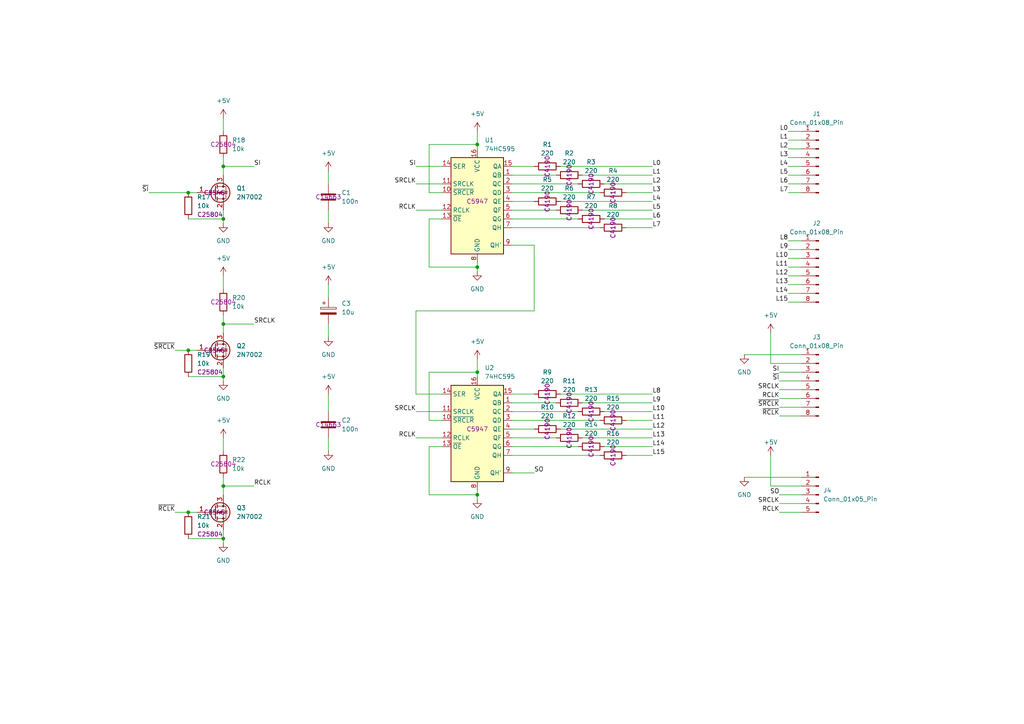
<source format=kicad_sch>
(kicad_sch (version 20250114) (generator "eeschema") (generator_version "9.0")
  (paper "A4")
  (lib_symbols
    (symbol "74xx:74HC595"
      (property "Reference" "U" (at -7.62 13.97 0))
      (property "Value" "74HC595" (at -7.62 -16.51 0))
      (symbol "74HC595_1_0"
        (pin input line (at -10.16 10.16 0) (length 2.54) (name "SER") (number "14"))
        (pin input line (at -10.16 5.08 0) (length 2.54) (name "SRCLK") (number "11"))
        (pin input line (at -10.16 2.54 0) (length 2.54) (name "~{SRCLR}") (number "10"))
        (pin input line (at -10.16 -2.54 0) (length 2.54) (name "RCLK") (number "12"))
        (pin input line (at -10.16 -5.08 0) (length 2.54) (name "~{OE}") (number "13"))
        (pin power_in line (at 0 15.24 270) (length 2.54) (name "VCC") (number "16"))
        (pin power_in line (at 0 -17.78 90) (length 2.54) (name "GND") (number "8"))
        (pin tri_state line (at 10.16 10.16 180) (length 2.54) (name "QA") (number "15"))
        (pin tri_state line (at 10.16 7.62 180) (length 2.54) (name "QB") (number "1"))
        (pin tri_state line (at 10.16 5.08 180) (length 2.54) (name "QC") (number "2"))
        (pin tri_state line (at 10.16 2.54 180) (length 2.54) (name "QD") (number "3"))
        (pin tri_state line (at 10.16 0 180) (length 2.54) (name "QE") (number "4"))
        (pin tri_state line (at 10.16 -2.54 180) (length 2.54) (name "QF") (number "5"))
        (pin tri_state line (at 10.16 -5.08 180) (length 2.54) (name "QG") (number "6"))
        (pin tri_state line (at 10.16 -7.62 180) (length 2.54) (name "QH") (number "7"))
        (pin output line (at 10.16 -12.7 180) (length 2.54) (name "QH'") (number "9"))
      )
      (symbol "74HC595_1_1"
        (rectangle (start -7.62 12.7) (end 7.62 -15.24) (stroke (width 0.254)) (fill (type background)))
      )
    )
    (symbol "Connector:Conn_01x05_Pin" (pin_names (offset 1.016) (hide yes))
      (property "Reference" "J" (at 0 7.62 0))
      (property "Value" "Conn_01x05_Pin" (at 0 -7.62 0))
      (symbol "Conn_01x05_Pin_1_1"
        (rectangle (start 0.8636 5.207) (end 0 4.953) (stroke (width 0.1524)) (fill (type outline)))
        (rectangle (start 0.8636 2.667) (end 0 2.413) (stroke (width 0.1524)) (fill (type outline)))
        (rectangle (start 0.8636 0.127) (end 0 -0.127) (stroke (width 0.1524)) (fill (type outline)))
        (rectangle (start 0.8636 -2.413) (end 0 -2.667) (stroke (width 0.1524)) (fill (type outline)))
        (rectangle (start 0.8636 -4.953) (end 0 -5.207) (stroke (width 0.1524)) (fill (type outline)))
        (polyline (pts (xy 1.27 5.08) (xy 0.8636 5.08)) (stroke (width 0.1524)))
        (polyline (pts (xy 1.27 2.54) (xy 0.8636 2.54)) (stroke (width 0.1524)))
        (polyline (pts (xy 1.27 0) (xy 0.8636 0)) (stroke (width 0.1524)))
        (polyline (pts (xy 1.27 -2.54) (xy 0.8636 -2.54)) (stroke (width 0.1524)))
        (polyline (pts (xy 1.27 -5.08) (xy 0.8636 -5.08)) (stroke (width 0.1524)))
        (pin passive line (at 5.08 5.08 180) (length 3.81) (name "Pin_1") (number "1"))
        (pin passive line (at 5.08 2.54 180) (length 3.81) (name "Pin_2") (number "2"))
        (pin passive line (at 5.08 0 180) (length 3.81) (name "Pin_3") (number "3"))
        (pin passive line (at 5.08 -2.54 180) (length 3.81) (name "Pin_4") (number "4"))
        (pin passive line (at 5.08 -5.08 180) (length 3.81) (name "Pin_5") (number "5"))
      )
    )
    (symbol "Connector:Conn_01x08_Pin" (pin_names (offset 1.016) (hide yes))
      (property "Reference" "J" (at 0 10.16 0))
      (property "Value" "Conn_01x08_Pin" (at 0 -12.7 0))
      (symbol "Conn_01x08_Pin_1_1"
        (rectangle (start 0.8636 7.747) (end 0 7.493) (stroke (width 0.1524)) (fill (type outline)))
        (rectangle (start 0.8636 5.207) (end 0 4.953) (stroke (width 0.1524)) (fill (type outline)))
        (rectangle (start 0.8636 2.667) (end 0 2.413) (stroke (width 0.1524)) (fill (type outline)))
        (rectangle (start 0.8636 0.127) (end 0 -0.127) (stroke (width 0.1524)) (fill (type outline)))
        (rectangle (start 0.8636 -2.413) (end 0 -2.667) (stroke (width 0.1524)) (fill (type outline)))
        (rectangle (start 0.8636 -4.953) (end 0 -5.207) (stroke (width 0.1524)) (fill (type outline)))
        (rectangle (start 0.8636 -7.493) (end 0 -7.747) (stroke (width 0.1524)) (fill (type outline)))
        (rectangle (start 0.8636 -10.033) (end 0 -10.287) (stroke (width 0.1524)) (fill (type outline)))
        (polyline (pts (xy 1.27 7.62) (xy 0.8636 7.62)) (stroke (width 0.1524)))
        (polyline (pts (xy 1.27 5.08) (xy 0.8636 5.08)) (stroke (width 0.1524)))
        (polyline (pts (xy 1.27 2.54) (xy 0.8636 2.54)) (stroke (width 0.1524)))
        (polyline (pts (xy 1.27 0) (xy 0.8636 0)) (stroke (width 0.1524)))
        (polyline (pts (xy 1.27 -2.54) (xy 0.8636 -2.54)) (stroke (width 0.1524)))
        (polyline (pts (xy 1.27 -5.08) (xy 0.8636 -5.08)) (stroke (width 0.1524)))
        (polyline (pts (xy 1.27 -7.62) (xy 0.8636 -7.62)) (stroke (width 0.1524)))
        (polyline (pts (xy 1.27 -10.16) (xy 0.8636 -10.16)) (stroke (width 0.1524)))
        (pin passive line (at 5.08 7.62 180) (length 3.81) (name "Pin_1") (number "1"))
        (pin passive line (at 5.08 5.08 180) (length 3.81) (name "Pin_2") (number "2"))
        (pin passive line (at 5.08 2.54 180) (length 3.81) (name "Pin_3") (number "3"))
        (pin passive line (at 5.08 0 180) (length 3.81) (name "Pin_4") (number "4"))
        (pin passive line (at 5.08 -2.54 180) (length 3.81) (name "Pin_5") (number "5"))
        (pin passive line (at 5.08 -5.08 180) (length 3.81) (name "Pin_6") (number "6"))
        (pin passive line (at 5.08 -7.62 180) (length 3.81) (name "Pin_7") (number "7"))
        (pin passive line (at 5.08 -10.16 180) (length 3.81) (name "Pin_8") (number "8"))
      )
    )
    (symbol "Device:C" (pin_numbers (hide yes)) (pin_names (offset 0.254))
      (property "Reference" "C" (at 0.635 2.54 0))
      (property "Value" "C" (at 0.635 -2.54 0))
      (symbol "C_0_1"
        (polyline (pts (xy -2.032 0.762) (xy 2.032 0.762)) (stroke (width 0.508)))
        (polyline (pts (xy -2.032 -0.762) (xy 2.032 -0.762)) (stroke (width 0.508)))
      )
      (symbol "C_1_1"
        (pin passive line (at 0 3.81 270) (length 2.794) (name "~") (number "1"))
        (pin passive line (at 0 -3.81 90) (length 2.794) (name "~") (number "2"))
      )
    )
    (symbol "Device:C_Polarized" (pin_numbers (hide yes)) (pin_names (offset 0.254))
      (property "Reference" "C" (at 0.635 2.54 0))
      (property "Value" "C_Polarized" (at 0.635 -2.54 0))
      (symbol "C_Polarized_0_1"
        (rectangle (start -2.286 0.508) (end 2.286 1.016))
        (polyline (pts (xy -1.778 2.286) (xy -0.762 2.286)))
        (polyline (pts (xy -1.27 2.794) (xy -1.27 1.778)))
        (rectangle (start 2.286 -0.508) (end -2.286 -1.016) (fill (type outline)))
      )
      (symbol "C_Polarized_1_1"
        (pin passive line (at 0 3.81 270) (length 2.794) (name "~") (number "1"))
        (pin passive line (at 0 -3.81 90) (length 2.794) (name "~") (number "2"))
      )
    )
    (symbol "Device:R" (pin_numbers (hide yes)) (pin_names (offset 0))
      (property "Reference" "R" (at 2.032 0 90))
      (property "Value" "R" (at 0 0 90))
      (symbol "R_0_1"
        (rectangle (start -1.016 -2.54) (end 1.016 2.54) (stroke (width 0.254)))
      )
      (symbol "R_1_1"
        (pin passive line (at 0 3.81 270) (length 1.27) (name "~") (number "1"))
        (pin passive line (at 0 -3.81 90) (length 1.27) (name "~") (number "2"))
      )
    )
    (symbol "Transistor_FET:2N7002" (pin_names (hide yes))
      (property "Reference" "Q" (at 5.08 1.905 0))
      (property "Value" "2N7002" (at 5.08 0 0))
      (symbol "2N7002_0_1"
        (polyline (pts (xy 0.254 1.905) (xy 0.254 -1.905)) (stroke (width 0.254)))
        (polyline (pts (xy 0.254 0) (xy -2.54 0)))
        (polyline (pts (xy 0.762 2.286) (xy 0.762 1.27)) (stroke (width 0.254)))
        (polyline (pts (xy 0.762 0.508) (xy 0.762 -0.508)) (stroke (width 0.254)))
        (polyline (pts (xy 0.762 -1.27) (xy 0.762 -2.286)) (stroke (width 0.254)))
        (polyline (pts (xy 0.762 -1.778) (xy 3.302 -1.778) (xy 3.302 1.778) (xy 0.762 1.778)))
        (polyline (pts (xy 1.016 0) (xy 2.032 0.381) (xy 2.032 -0.381) (xy 1.016 0)) (fill (type outline)))
        (circle (center 1.651 0) (radius 2.794) (stroke (width 0.254)))
        (polyline (pts (xy 2.54 2.54) (xy 2.54 1.778)))
        (circle (center 2.54 1.778) (radius 0.254) (fill (type outline)))
        (circle (center 2.54 -1.778) (radius 0.254) (fill (type outline)))
        (polyline (pts (xy 2.54 -2.54) (xy 2.54 0) (xy 0.762 0)))
        (polyline (pts (xy 2.794 0.508) (xy 2.921 0.381) (xy 3.683 0.381) (xy 3.81 0.254)))
        (polyline (pts (xy 3.302 0.381) (xy 2.921 -0.254) (xy 3.683 -0.254) (xy 3.302 0.381)))
      )
      (symbol "2N7002_1_1"
        (pin input line (at -5.08 0 0) (length 2.54) (name "G") (number "1"))
        (pin passive line (at 2.54 5.08 270) (length 2.54) (name "D") (number "3"))
        (pin passive line (at 2.54 -5.08 90) (length 2.54) (name "S") (number "2"))
      )
    )
    (symbol "power:+5V" (power) (pin_numbers (hide yes)) (pin_names (offset 0) (hide yes))
      (property "Value" "+5V" (at 0 3.556 0))
      (symbol "+5V_0_1"
        (polyline (pts (xy -0.762 1.27) (xy 0 2.54)))
        (polyline (pts (xy 0 2.54) (xy 0.762 1.27)))
        (polyline (pts (xy 0 0) (xy 0 2.54)))
      )
      (symbol "+5V_1_1"
        (pin power_in line (at 0 0 90) (length 0) (name "~") (number "1"))
      )
    )
    (symbol "power:GND" (power) (pin_numbers (hide yes)) (pin_names (offset 0) (hide yes))
      (property "Value" "GND" (at 0 -3.81 0))
      (symbol "GND_0_1"
        (polyline (pts (xy 0 0) (xy 0 -1.27) (xy 1.27 -1.27) (xy 0 -2.54) (xy -1.27 -1.27) (xy 0 -1.27)))
      )
      (symbol "GND_1_1"
        (pin power_in line (at 0 0 270) (length 0) (name "~") (number "1"))
      )
    )
  )
  (junction (at 138.43 143.51))
  (junction (at 64.77 93.98))
  (junction (at 54.61 55.88))
  (junction (at 64.77 109.22))
  (junction (at 64.77 48.26))
  (junction (at 54.61 148.59))
  (junction (at 64.77 156.21))
  (junction (at 64.77 140.97))
  (junction (at 138.43 41.91))
  (junction (at 138.43 107.95))
  (junction (at 64.77 63.5))
  (junction (at 138.43 77.47))
  (junction (at 54.61 101.6))
  (wire (pts (xy 228.6 85.09) (xy 232.41 85.09)))
  (wire (pts (xy 120.65 53.34) (xy 128.27 53.34)))
  (wire (pts (xy 95.25 127) (xy 95.25 130.81)))
  (wire (pts (xy 175.26 119.38) (xy 189.23 119.38)))
  (wire (pts (xy 162.56 124.46) (xy 189.23 124.46)))
  (wire (pts (xy 148.59 50.8) (xy 161.29 50.8)))
  (wire (pts (xy 168.91 127) (xy 189.23 127)))
  (wire (pts (xy 138.43 107.95) (xy 138.43 109.22)))
  (wire (pts (xy 228.6 38.1) (xy 232.41 38.1)))
  (wire (pts (xy 168.91 50.8) (xy 189.23 50.8)))
  (wire (pts (xy 120.65 127) (xy 128.27 127)))
  (wire (pts (xy 64.77 34.29) (xy 64.77 38.1)))
  (wire (pts (xy 181.61 121.92) (xy 189.23 121.92)))
  (wire (pts (xy 215.9 138.43) (xy 232.41 138.43)))
  (wire (pts (xy 148.59 114.3) (xy 154.94 114.3)))
  (wire (pts (xy 64.77 60.96) (xy 64.77 63.5)))
  (wire (pts (xy 95.25 93.98) (xy 95.25 97.79)))
  (wire (pts (xy 148.59 60.96) (xy 161.29 60.96)))
  (wire (pts (xy 64.77 48.26) (xy 73.66 48.26)))
  (wire (pts (xy 64.77 156.21) (xy 64.77 157.48)))
  (wire (pts (xy 228.6 45.72) (xy 232.41 45.72)))
  (wire (pts (xy 128.27 63.5) (xy 124.46 63.5)))
  (wire (pts (xy 64.77 127) (xy 64.77 130.81)))
  (wire (pts (xy 64.77 91.44) (xy 64.77 93.98)))
  (wire (pts (xy 226.06 148.59) (xy 232.41 148.59)))
  (wire (pts (xy 64.77 48.26) (xy 64.77 50.8)))
  (wire (pts (xy 124.46 107.95) (xy 138.43 107.95)))
  (wire (pts (xy 138.43 104.14) (xy 138.43 107.95)))
  (wire (pts (xy 124.46 143.51) (xy 138.43 143.51)))
  (wire (pts (xy 138.43 76.2) (xy 138.43 77.47)))
  (wire (pts (xy 226.06 143.51) (xy 232.41 143.51)))
  (wire (pts (xy 223.52 132.08) (xy 223.52 140.97)))
  (wire (pts (xy 226.06 107.95) (xy 232.41 107.95)))
  (wire (pts (xy 168.91 116.84) (xy 189.23 116.84)))
  (wire (pts (xy 64.77 140.97) (xy 73.66 140.97)))
  (wire (pts (xy 162.56 114.3) (xy 189.23 114.3)))
  (wire (pts (xy 148.59 116.84) (xy 161.29 116.84)))
  (wire (pts (xy 128.27 55.88) (xy 124.46 55.88)))
  (wire (pts (xy 138.43 143.51) (xy 138.43 144.78)))
  (wire (pts (xy 64.77 93.98) (xy 73.66 93.98)))
  (wire (pts (xy 124.46 55.88) (xy 124.46 41.91)))
  (wire (pts (xy 228.6 74.93) (xy 232.41 74.93)))
  (wire (pts (xy 228.6 82.55) (xy 232.41 82.55)))
  (wire (pts (xy 215.9 102.87) (xy 232.41 102.87)))
  (wire (pts (xy 95.25 114.3) (xy 95.25 119.38)))
  (wire (pts (xy 148.59 55.88) (xy 173.99 55.88)))
  (wire (pts (xy 162.56 58.42) (xy 189.23 58.42)))
  (wire (pts (xy 124.46 63.5) (xy 124.46 77.47)))
  (wire (pts (xy 228.6 77.47) (xy 232.41 77.47)))
  (wire (pts (xy 148.59 53.34) (xy 167.64 53.34)))
  (wire (pts (xy 64.77 140.97) (xy 64.77 143.51)))
  (wire (pts (xy 148.59 121.92) (xy 173.99 121.92)))
  (wire (pts (xy 54.61 109.22) (xy 64.77 109.22)))
  (wire (pts (xy 181.61 66.04) (xy 189.23 66.04)))
  (wire (pts (xy 54.61 148.59) (xy 57.15 148.59)))
  (wire (pts (xy 138.43 142.24) (xy 138.43 143.51)))
  (wire (pts (xy 54.61 156.21) (xy 64.77 156.21)))
  (wire (pts (xy 120.65 90.17) (xy 120.65 114.3)))
  (wire (pts (xy 228.6 50.8) (xy 232.41 50.8)))
  (wire (pts (xy 148.59 63.5) (xy 167.64 63.5)))
  (wire (pts (xy 64.77 138.43) (xy 64.77 140.97)))
  (wire (pts (xy 120.65 119.38) (xy 128.27 119.38)))
  (wire (pts (xy 148.59 66.04) (xy 173.99 66.04)))
  (wire (pts (xy 54.61 55.88) (xy 57.15 55.88)))
  (wire (pts (xy 154.94 90.17) (xy 120.65 90.17)))
  (wire (pts (xy 128.27 121.92) (xy 124.46 121.92)))
  (wire (pts (xy 181.61 132.08) (xy 189.23 132.08)))
  (wire (pts (xy 162.56 48.26) (xy 189.23 48.26)))
  (wire (pts (xy 168.91 60.96) (xy 189.23 60.96)))
  (wire (pts (xy 148.59 137.16) (xy 154.94 137.16)))
  (wire (pts (xy 226.06 120.65) (xy 232.41 120.65)))
  (wire (pts (xy 64.77 80.01) (xy 64.77 83.82)))
  (wire (pts (xy 223.52 96.52) (xy 223.52 105.41)))
  (wire (pts (xy 223.52 105.41) (xy 232.41 105.41)))
  (wire (pts (xy 64.77 93.98) (xy 64.77 96.52)))
  (wire (pts (xy 226.06 118.11) (xy 232.41 118.11)))
  (wire (pts (xy 228.6 69.85) (xy 232.41 69.85)))
  (wire (pts (xy 120.65 114.3) (xy 128.27 114.3)))
  (wire (pts (xy 175.26 63.5) (xy 189.23 63.5)))
  (wire (pts (xy 64.77 153.67) (xy 64.77 156.21)))
  (wire (pts (xy 50.8 148.59) (xy 54.61 148.59)))
  (wire (pts (xy 175.26 53.34) (xy 189.23 53.34)))
  (wire (pts (xy 54.61 63.5) (xy 64.77 63.5)))
  (wire (pts (xy 54.61 101.6) (xy 57.15 101.6)))
  (wire (pts (xy 148.59 48.26) (xy 154.94 48.26)))
  (wire (pts (xy 148.59 129.54) (xy 167.64 129.54)))
  (wire (pts (xy 148.59 124.46) (xy 154.94 124.46)))
  (wire (pts (xy 128.27 129.54) (xy 124.46 129.54)))
  (wire (pts (xy 64.77 63.5) (xy 64.77 64.77)))
  (wire (pts (xy 95.25 82.55) (xy 95.25 86.36)))
  (wire (pts (xy 228.6 80.01) (xy 232.41 80.01)))
  (wire (pts (xy 228.6 55.88) (xy 232.41 55.88)))
  (wire (pts (xy 228.6 87.63) (xy 232.41 87.63)))
  (wire (pts (xy 64.77 45.72) (xy 64.77 48.26)))
  (wire (pts (xy 124.46 129.54) (xy 124.46 143.51)))
  (wire (pts (xy 148.59 132.08) (xy 173.99 132.08)))
  (wire (pts (xy 120.65 60.96) (xy 128.27 60.96)))
  (wire (pts (xy 175.26 129.54) (xy 189.23 129.54)))
  (wire (pts (xy 226.06 113.03) (xy 232.41 113.03)))
  (wire (pts (xy 228.6 53.34) (xy 232.41 53.34)))
  (wire (pts (xy 95.25 60.96) (xy 95.25 64.77)))
  (wire (pts (xy 154.94 71.12) (xy 154.94 90.17)))
  (wire (pts (xy 124.46 121.92) (xy 124.46 107.95)))
  (wire (pts (xy 228.6 48.26) (xy 232.41 48.26)))
  (wire (pts (xy 226.06 146.05) (xy 232.41 146.05)))
  (wire (pts (xy 148.59 71.12) (xy 154.94 71.12)))
  (wire (pts (xy 138.43 38.1) (xy 138.43 41.91)))
  (wire (pts (xy 43.18 55.88) (xy 54.61 55.88)))
  (wire (pts (xy 95.25 49.53) (xy 95.25 53.34)))
  (wire (pts (xy 138.43 41.91) (xy 138.43 43.18)))
  (wire (pts (xy 223.52 140.97) (xy 232.41 140.97)))
  (wire (pts (xy 228.6 40.64) (xy 232.41 40.64)))
  (wire (pts (xy 228.6 72.39) (xy 232.41 72.39)))
  (wire (pts (xy 148.59 58.42) (xy 154.94 58.42)))
  (wire (pts (xy 64.77 106.68) (xy 64.77 109.22)))
  (wire (pts (xy 64.77 109.22) (xy 64.77 110.49)))
  (wire (pts (xy 124.46 41.91) (xy 138.43 41.91)))
  (wire (pts (xy 138.43 77.47) (xy 138.43 78.74)))
  (wire (pts (xy 124.46 77.47) (xy 138.43 77.47)))
  (wire (pts (xy 120.65 48.26) (xy 128.27 48.26)))
  (wire (pts (xy 148.59 119.38) (xy 167.64 119.38)))
  (wire (pts (xy 228.6 43.18) (xy 232.41 43.18)))
  (wire (pts (xy 148.59 127) (xy 161.29 127)))
  (wire (pts (xy 226.06 115.57) (xy 232.41 115.57)))
  (wire (pts (xy 181.61 55.88) (xy 189.23 55.88)))
  (wire (pts (xy 50.8 101.6) (xy 54.61 101.6)))
  (wire (pts (xy 226.06 110.49) (xy 232.41 110.49)))
  (label "L2" (at 189.23 53.34 0))
  (label "L14" (at 189.23 129.54 0))
  (label "SO" (at 154.94 137.16 0))
  (label "L6" (at 228.6 53.34 180))
  (label "L13" (at 228.6 82.55 180))
  (label "~{RCLK}" (at 50.8 148.59 180))
  (label "SI" (at 226.06 107.95 180))
  (label "L5" (at 189.23 60.96 0))
  (label "L12" (at 228.6 80.01 180))
  (label "L15" (at 228.6 87.63 180))
  (label "~{SI}" (at 43.18 55.88 180))
  (label "L9" (at 228.6 72.39 180))
  (label "L9" (at 189.23 116.84 0))
  (label "SRCLK" (at 226.06 113.03 180))
  (label "~{SRCLK}" (at 226.06 118.11 180))
  (label "SI" (at 73.66 48.26 0))
  (label "L7" (at 189.23 66.04 0))
  (label "L11" (at 189.23 121.92 0))
  (label "L14" (at 228.6 85.09 180))
  (label "L10" (at 189.23 119.38 0))
  (label "L3" (at 228.6 45.72 180))
  (label "SRCLK" (at 73.66 93.98 0))
  (label "RCLK" (at 226.06 148.59 180))
  (label "~{SRCLK}" (at 50.8 101.6 180))
  (label "L4" (at 228.6 48.26 180))
  (label "SI" (at 120.65 48.26 180))
  (label "L12" (at 189.23 124.46 0))
  (label "L15" (at 189.23 132.08 0))
  (label "L7" (at 228.6 55.88 180))
  (label "RCLK" (at 73.66 140.97 0))
  (label "L11" (at 228.6 77.47 180))
  (label "~{RCLK}" (at 226.06 120.65 180))
  (label "L8" (at 228.6 69.85 180))
  (label "L0" (at 189.23 48.26 0))
  (label "L8" (at 189.23 114.3 0))
  (label "SO" (at 226.06 143.51 180))
  (label "RCLK" (at 120.65 127 180))
  (label "~{SI}" (at 226.06 110.49 180))
  (label "L0" (at 228.6 38.1 180))
  (label "SRCLK" (at 120.65 119.38 180))
  (label "L6" (at 189.23 63.5 0))
  (label "L13" (at 189.23 127 0))
  (label "RCLK" (at 120.65 60.96 180))
  (label "RCLK" (at 226.06 115.57 180))
  (label "L10" (at 228.6 74.93 180))
  (label "L3" (at 189.23 55.88 0))
  (label "L1" (at 189.23 50.8 0))
  (label "L5" (at 228.6 50.8 180))
  (label "SRCLK" (at 120.65 53.34 180))
  (label "L4" (at 189.23 58.42 0))
  (label "L1" (at 228.6 40.64 180))
  (label "SRCLK" (at 226.06 146.05 180))
  (label "L2" (at 228.6 43.18 180))
  (symbol (lib_id "Device:C_Polarized") (at 95.25 90.17 0) (unit 1) (in_bom no)
    (property "Reference" "C3" (at 99.06 88.0109 0) (effects (justify left)))
    (property "Value" "10u" (at 99.06 90.5509 0) (effects (justify left)))
    (property "Footprint" "Capacitor_THT:C_Radial_D6.3mm_H7.0mm_P2.50mm" (effects (hide yes)))
    (property "Description" "Polarized capacitor" (effects (hide yes)))
  )
  (symbol (lib_id "power:GND") (at 95.25 64.77 0) (unit 1)
    (property "Reference" "#PWR03" (effects (hide yes)))
    (property "Value" "GND" (at 95.25 69.85 0))
    (property "Description" "Power symbol creates a global label with name \"GND\" , ground" (effects (hide yes)))
  )
  (symbol (lib_id "power:+5V") (at 223.52 132.08 0) (unit 1)
    (property "Reference" "#PWR018" (effects (hide yes)))
    (property "Value" "+5V" (at 223.52 128.27 0))
    (property "Description" "Power symbol creates a global label with name \"+5V\"" (effects (hide yes)))
  )
  (symbol (lib_id "Device:R") (at 158.75 124.46 90) (unit 1)
    (property "Reference" "R10" (at 158.75 118.11 90))
    (property "Value" "220" (at 158.75 120.65 90))
    (property "Footprint" "Resistor_SMD:R_0603_1608Metric" (effects (hide yes)))
    (property "Description" "Resistor" (effects (hide yes)))
    (property "LCSC" "C4190" (at 158.75 124.46 0))
  )
  (symbol (lib_id "power:GND") (at 64.77 110.49 0) (unit 1)
    (property "Reference" "#PWR014" (effects (hide yes)))
    (property "Value" "GND" (at 64.77 115.57 0))
    (property "Description" "Power symbol creates a global label with name \"GND\" , ground" (effects (hide yes)))
  )
  (symbol (lib_id "Device:R") (at 165.1 127 90) (unit 1)
    (property "Reference" "R12" (at 165.1 120.65 90))
    (property "Value" "220" (at 165.1 123.19 90))
    (property "Footprint" "Resistor_SMD:R_0603_1608Metric" (effects (hide yes)))
    (property "Description" "Resistor" (effects (hide yes)))
    (property "LCSC" "C4190" (at 165.1 127 0))
  )
  (symbol (lib_id "Transistor_FET:2N7002") (at 62.23 101.6 0) (unit 1)
    (property "Reference" "Q2" (at 68.58 100.3299 0) (effects (justify left)))
    (property "Value" "2N7002" (at 68.58 102.8699 0) (effects (justify left)))
    (property "Footprint" "Package_TO_SOT_SMD:SOT-23" (effects (hide yes)))
    (property "Datasheet" "https://www.onsemi.com/pub/Collateral/NDS7002A-D.PDF" (effects (hide yes)))
    (property "Description" "0.115A Id, 60V Vds, N-Channel MOSFET, SOT-23" (effects (hide yes)))
    (property "LCSC" "C8545" (at 62.23 101.6 0))
  )
  (symbol (lib_id "power:GND") (at 138.43 144.78 0) (unit 1)
    (property "Reference" "#PWR08" (effects (hide yes)))
    (property "Value" "GND" (at 138.43 149.86 0))
    (property "Description" "Power symbol creates a global label with name \"GND\" , ground" (effects (hide yes)))
  )
  (symbol (lib_id "Connector:Conn_01x08_Pin") (at 237.49 45.72 0) (mirror y) (unit 1) (in_bom no)
    (property "Reference" "J1" (at 236.855 33.02 0))
    (property "Value" "Conn_01x08_Pin" (at 236.855 35.56 0))
    (property "Footprint" "Connector_PinHeader_2.54mm:PinHeader_1x08_P2.54mm_Vertical" (effects (hide yes)))
    (property "Description" "Generic connector, single row, 01x08, script generated" (effects (hide yes)))
  )
  (symbol (lib_id "power:+5V") (at 64.77 127 0) (unit 1)
    (property "Reference" "#PWR015" (effects (hide yes)))
    (property "Value" "+5V" (at 64.77 121.92 0))
    (property "Description" "Power symbol creates a global label with name \"+5V\"" (effects (hide yes)))
  )
  (symbol (lib_id "Device:R") (at 54.61 59.69 180) (unit 1)
    (property "Reference" "R17" (at 57.15 57.1499 0) (effects (justify right)))
    (property "Value" "10k" (at 57.15 59.6899 0) (effects (justify right)))
    (property "Footprint" "Resistor_SMD:R_0603_1608Metric" (effects (hide yes)))
    (property "Description" "Resistor" (effects (hide yes)))
    (property "LCSC" "C25804" (at 57.15 62.2299 0) (effects (justify right)))
  )
  (symbol (lib_id "Transistor_FET:2N7002") (at 62.23 55.88 0) (unit 1)
    (property "Reference" "Q1" (at 68.58 54.6099 0) (effects (justify left)))
    (property "Value" "2N7002" (at 68.58 57.1499 0) (effects (justify left)))
    (property "Footprint" "Package_TO_SOT_SMD:SOT-23" (effects (hide yes)))
    (property "Datasheet" "https://www.onsemi.com/pub/Collateral/NDS7002A-D.PDF" (effects (hide yes)))
    (property "Description" "0.115A Id, 60V Vds, N-Channel MOSFET, SOT-23" (effects (hide yes)))
    (property "LCSC" "C8545" (at 62.23 55.88 0))
  )
  (symbol (lib_id "power:+5V") (at 64.77 80.01 0) (unit 1)
    (property "Reference" "#PWR013" (effects (hide yes)))
    (property "Value" "+5V" (at 64.77 74.93 0))
    (property "Description" "Power symbol creates a global label with name \"+5V\"" (effects (hide yes)))
  )
  (symbol (lib_id "power:GND") (at 64.77 157.48 0) (unit 1)
    (property "Reference" "#PWR016" (effects (hide yes)))
    (property "Value" "GND" (at 64.77 162.56 0))
    (property "Description" "Power symbol creates a global label with name \"GND\" , ground" (effects (hide yes)))
  )
  (symbol (lib_id "Device:R") (at 171.45 53.34 90) (unit 1)
    (property "Reference" "R3" (at 171.45 46.99 90))
    (property "Value" "220" (at 171.45 49.53 90))
    (property "Footprint" "Resistor_SMD:R_0603_1608Metric" (effects (hide yes)))
    (property "Description" "Resistor" (effects (hide yes)))
    (property "LCSC" "C4190" (at 171.45 53.34 0))
  )
  (symbol (lib_id "power:+5V") (at 64.77 34.29 0) (unit 1)
    (property "Reference" "#PWR011" (effects (hide yes)))
    (property "Value" "+5V" (at 64.77 29.21 0))
    (property "Description" "Power symbol creates a global label with name \"+5V\"" (effects (hide yes)))
  )
  (symbol (lib_id "Connector:Conn_01x08_Pin") (at 237.49 77.47 0) (mirror y) (unit 1) (in_bom no)
    (property "Reference" "J2" (at 236.855 64.77 0))
    (property "Value" "Conn_01x08_Pin" (at 236.855 67.31 0))
    (property "Footprint" "Connector_PinHeader_2.54mm:PinHeader_1x08_P2.54mm_Vertical" (effects (hide yes)))
    (property "Description" "Generic connector, single row, 01x08, script generated" (effects (hide yes)))
  )
  (symbol (lib_id "Transistor_FET:2N7002") (at 62.23 148.59 0) (unit 1)
    (property "Reference" "Q3" (at 68.58 147.3199 0) (effects (justify left)))
    (property "Value" "2N7002" (at 68.58 149.8599 0) (effects (justify left)))
    (property "Footprint" "Package_TO_SOT_SMD:SOT-23" (effects (hide yes)))
    (property "Datasheet" "https://www.onsemi.com/pub/Collateral/NDS7002A-D.PDF" (effects (hide yes)))
    (property "Description" "0.115A Id, 60V Vds, N-Channel MOSFET, SOT-23" (effects (hide yes)))
    (property "LCSC" "C8545" (at 62.23 148.59 0))
  )
  (symbol (lib_id "power:+5V") (at 95.25 82.55 0) (unit 1)
    (property "Reference" "#PWR09" (effects (hide yes)))
    (property "Value" "+5V" (at 95.25 77.47 0))
    (property "Description" "Power symbol creates a global label with name \"+5V\"" (effects (hide yes)))
  )
  (symbol (lib_id "power:GND") (at 138.43 78.74 0) (unit 1)
    (property "Reference" "#PWR01" (effects (hide yes)))
    (property "Value" "GND" (at 138.43 83.82 0))
    (property "Description" "Power symbol creates a global label with name \"GND\" , ground" (effects (hide yes)))
  )
  (symbol (lib_id "Device:R") (at 64.77 87.63 180) (unit 1)
    (property "Reference" "R20" (at 67.31 86.3599 0) (effects (justify right)))
    (property "Value" "10k" (at 67.31 88.8999 0) (effects (justify right)))
    (property "Footprint" "Resistor_SMD:R_0603_1608Metric" (effects (hide yes)))
    (property "Description" "Resistor" (effects (hide yes)))
    (property "LCSC" "C25804" (at 64.77 87.63 0))
  )
  (symbol (lib_id "Device:R") (at 165.1 50.8 90) (unit 1)
    (property "Reference" "R2" (at 165.1 44.45 90))
    (property "Value" "220" (at 165.1 46.99 90))
    (property "Footprint" "Resistor_SMD:R_0603_1608Metric" (effects (hide yes)))
    (property "Description" "Resistor" (effects (hide yes)))
    (property "LCSC" "C4190" (at 165.1 50.8 0))
  )
  (symbol (lib_id "Connector:Conn_01x05_Pin") (at 237.49 143.51 0) (mirror y) (unit 1) (on_board no)
    (property "Reference" "J4" (at 238.76 142.2399 0) (effects (justify right)))
    (property "Value" "Conn_01x05_Pin" (at 238.76 144.7799 0) (effects (justify right)))
    (property "Footprint" "Connector_PinHeader_2.54mm:PinHeader_1x05_P2.54mm_Vertical" (effects (hide yes)))
    (property "Description" "Generic connector, single row, 01x05, script generated" (effects (hide yes)))
  )
  (symbol (lib_id "power:GND") (at 95.25 97.79 0) (unit 1)
    (property "Reference" "#PWR010" (effects (hide yes)))
    (property "Value" "GND" (at 95.25 102.87 0))
    (property "Description" "Power symbol creates a global label with name \"GND\" , ground" (effects (hide yes)))
  )
  (symbol (lib_id "Device:R") (at 165.1 60.96 90) (unit 1)
    (property "Reference" "R6" (at 165.1 54.61 90))
    (property "Value" "220" (at 165.1 57.15 90))
    (property "Footprint" "Resistor_SMD:R_0603_1608Metric" (effects (hide yes)))
    (property "Description" "Resistor" (effects (hide yes)))
    (property "LCSC" "C4190" (at 165.1 60.96 0))
  )
  (symbol (lib_id "74xx:74HC595") (at 138.43 58.42 0) (unit 1)
    (property "Reference" "U1" (at 140.5733 40.64 0) (effects (justify left)))
    (property "Value" "74HC595" (at 140.5733 43.18 0) (effects (justify left)))
    (property "Footprint" "Package_SO:SOIC-16_3.9x9.9mm_P1.27mm" (effects (hide yes)))
    (property "Datasheet" "http://www.ti.com/lit/ds/symlink/sn74hc595.pdf" (effects (hide yes)))
    (property "Description" "8-bit serial in/out Shift Register 3-State Outputs" (effects (hide yes)))
    (property "LCSC" "C5947" (at 138.43 58.42 0))
  )
  (symbol (lib_id "Device:R") (at 54.61 152.4 180) (unit 1)
    (property "Reference" "R21" (at 57.15 149.8599 0) (effects (justify right)))
    (property "Value" "10k" (at 57.15 152.3999 0) (effects (justify right)))
    (property "Footprint" "Resistor_SMD:R_0603_1608Metric" (effects (hide yes)))
    (property "Description" "Resistor" (effects (hide yes)))
    (property "LCSC" "C25804" (at 57.15 154.9399 0) (effects (justify right)))
  )
  (symbol (lib_id "power:GND") (at 95.25 130.81 0) (unit 1)
    (property "Reference" "#PWR06" (effects (hide yes)))
    (property "Value" "GND" (at 95.25 135.89 0))
    (property "Description" "Power symbol creates a global label with name \"GND\" , ground" (effects (hide yes)))
  )
  (symbol (lib_id "power:GND") (at 64.77 64.77 0) (unit 1)
    (property "Reference" "#PWR012" (effects (hide yes)))
    (property "Value" "GND" (at 64.77 69.85 0))
    (property "Description" "Power symbol creates a global label with name \"GND\" , ground" (effects (hide yes)))
  )
  (symbol (lib_id "Device:R") (at 158.75 114.3 90) (unit 1)
    (property "Reference" "R9" (at 158.75 107.95 90))
    (property "Value" "220" (at 158.75 110.49 90))
    (property "Footprint" "Resistor_SMD:R_0603_1608Metric" (effects (hide yes)))
    (property "Description" "Resistor" (effects (hide yes)))
    (property "LCSC" "C4190" (at 158.75 114.3 0))
  )
  (symbol (lib_id "Connector:Conn_01x08_Pin") (at 237.49 110.49 0) (mirror y) (unit 1) (in_bom no)
    (property "Reference" "J3" (at 236.855 97.79 0))
    (property "Value" "Conn_01x08_Pin" (at 236.855 100.33 0))
    (property "Footprint" "Connector_PinHeader_2.54mm:PinHeader_1x08_P2.54mm_Vertical" (effects (hide yes)))
    (property "Description" "Generic connector, single row, 01x08, script generated" (effects (hide yes)))
  )
  (symbol (lib_id "power:+5V") (at 95.25 49.53 0) (unit 1)
    (property "Reference" "#PWR04" (effects (hide yes)))
    (property "Value" "+5V" (at 95.25 44.45 0))
    (property "Description" "Power symbol creates a global label with name \"+5V\"" (effects (hide yes)))
  )
  (symbol (lib_id "Device:R") (at 64.77 41.91 180) (unit 1)
    (property "Reference" "R18" (at 67.31 40.6399 0) (effects (justify right)))
    (property "Value" "10k" (at 67.31 43.1799 0) (effects (justify right)))
    (property "Footprint" "Resistor_SMD:R_0603_1608Metric" (effects (hide yes)))
    (property "Description" "Resistor" (effects (hide yes)))
    (property "LCSC" "C25804" (at 64.77 41.91 0))
  )
  (symbol (lib_id "Device:R") (at 171.45 119.38 90) (unit 1)
    (property "Reference" "R13" (at 171.45 113.03 90))
    (property "Value" "220" (at 171.45 115.57 90))
    (property "Footprint" "Resistor_SMD:R_0603_1608Metric" (effects (hide yes)))
    (property "Description" "Resistor" (effects (hide yes)))
    (property "LCSC" "C4190" (at 171.45 119.38 0))
  )
  (symbol (lib_id "Device:R") (at 171.45 63.5 90) (unit 1)
    (property "Reference" "R7" (at 171.45 57.15 90))
    (property "Value" "220" (at 171.45 59.69 90))
    (property "Footprint" "Resistor_SMD:R_0603_1608Metric" (effects (hide yes)))
    (property "Description" "Resistor" (effects (hide yes)))
    (property "LCSC" "C4190" (at 171.45 63.5 0))
  )
  (symbol (lib_id "Device:C") (at 95.25 123.19 0) (unit 1)
    (property "Reference" "C2" (at 99.06 121.9199 0) (effects (justify left)))
    (property "Value" "100n" (at 99.06 124.4599 0) (effects (justify left)))
    (property "Footprint" "Capacitor_SMD:C_0603_1608Metric" (effects (hide yes)))
    (property "Description" "Unpolarized capacitor" (effects (hide yes)))
    (property "LCSC" "C14663" (at 95.25 123.19 0))
  )
  (symbol (lib_id "power:+5V") (at 138.43 38.1 0) (unit 1)
    (property "Reference" "#PWR02" (effects (hide yes)))
    (property "Value" "+5V" (at 138.43 33.02 0))
    (property "Description" "Power symbol creates a global label with name \"+5V\"" (effects (hide yes)))
  )
  (symbol (lib_id "Device:C") (at 95.25 57.15 0) (unit 1)
    (property "Reference" "C1" (at 99.06 55.8799 0) (effects (justify left)))
    (property "Value" "100n" (at 99.06 58.4199 0) (effects (justify left)))
    (property "Footprint" "Capacitor_SMD:C_0603_1608Metric" (effects (hide yes)))
    (property "Description" "Unpolarized capacitor" (effects (hide yes)))
    (property "LCSC" "C14663" (at 95.25 57.15 0))
  )
  (symbol (lib_id "Device:R") (at 64.77 134.62 180) (unit 1)
    (property "Reference" "R22" (at 67.31 133.3499 0) (effects (justify right)))
    (property "Value" "10k" (at 67.31 135.8899 0) (effects (justify right)))
    (property "Footprint" "Resistor_SMD:R_0603_1608Metric" (effects (hide yes)))
    (property "Description" "Resistor" (effects (hide yes)))
    (property "LCSC" "C25804" (at 64.77 134.62 0))
  )
  (symbol (lib_id "Device:R") (at 177.8 121.92 90) (unit 1)
    (property "Reference" "R15" (at 177.8 115.57 90))
    (property "Value" "220" (at 177.8 118.11 90))
    (property "Footprint" "Resistor_SMD:R_0603_1608Metric" (effects (hide yes)))
    (property "Description" "Resistor" (effects (hide yes)))
    (property "LCSC" "C4190" (at 177.8 121.92 0))
  )
  (symbol (lib_id "power:GND") (at 215.9 102.87 0) (unit 1)
    (property "Reference" "#PWR019" (effects (hide yes)))
    (property "Value" "GND" (at 215.9 107.95 0))
    (property "Description" "Power symbol creates a global label with name \"GND\" , ground" (effects (hide yes)))
  )
  (symbol (lib_id "Device:R") (at 158.75 48.26 90) (unit 1)
    (property "Reference" "R1" (at 158.75 41.91 90))
    (property "Value" "220" (at 158.75 44.45 90))
    (property "Footprint" "Resistor_SMD:R_0603_1608Metric" (effects (hide yes)))
    (property "Description" "Resistor" (effects (hide yes)))
    (property "LCSC" "C4190" (at 158.75 48.26 0))
  )
  (symbol (lib_id "power:+5V") (at 95.25 114.3 0) (unit 1)
    (property "Reference" "#PWR05" (effects (hide yes)))
    (property "Value" "+5V" (at 95.25 109.22 0))
    (property "Description" "Power symbol creates a global label with name \"+5V\"" (effects (hide yes)))
  )
  (symbol (lib_id "Device:R") (at 177.8 132.08 90) (unit 1)
    (property "Reference" "R16" (at 177.8 125.73 90))
    (property "Value" "220" (at 177.8 128.27 90))
    (property "Footprint" "Resistor_SMD:R_0603_1608Metric" (effects (hide yes)))
    (property "Description" "Resistor" (effects (hide yes)))
    (property "LCSC" "C4190" (at 177.8 132.08 0))
  )
  (symbol (lib_id "Device:R") (at 54.61 105.41 180) (unit 1)
    (property "Reference" "R19" (at 57.15 102.8699 0) (effects (justify right)))
    (property "Value" "10k" (at 57.15 105.4099 0) (effects (justify right)))
    (property "Footprint" "Resistor_SMD:R_0603_1608Metric" (effects (hide yes)))
    (property "Description" "Resistor" (effects (hide yes)))
    (property "LCSC" "C25804" (at 57.15 107.9499 0) (effects (justify right)))
  )
  (symbol (lib_id "power:+5V") (at 138.43 104.14 0) (unit 1)
    (property "Reference" "#PWR07" (effects (hide yes)))
    (property "Value" "+5V" (at 138.43 99.06 0))
    (property "Description" "Power symbol creates a global label with name \"+5V\"" (effects (hide yes)))
  )
  (symbol (lib_id "Device:R") (at 177.8 55.88 90) (unit 1)
    (property "Reference" "R4" (at 177.8 49.53 90))
    (property "Value" "220" (at 177.8 52.07 90))
    (property "Footprint" "Resistor_SMD:R_0603_1608Metric" (effects (hide yes)))
    (property "Description" "Resistor" (effects (hide yes)))
    (property "LCSC" "C4190" (at 177.8 55.88 0))
  )
  (symbol (lib_id "power:GND") (at 215.9 138.43 0) (unit 1)
    (property "Reference" "#PWR017" (effects (hide yes)))
    (property "Value" "GND" (at 215.9 143.51 0))
    (property "Description" "Power symbol creates a global label with name \"GND\" , ground" (effects (hide yes)))
  )
  (symbol (lib_id "Device:R") (at 158.75 58.42 90) (unit 1)
    (property "Reference" "R5" (at 158.75 52.07 90))
    (property "Value" "220" (at 158.75 54.61 90))
    (property "Footprint" "Resistor_SMD:R_0603_1608Metric" (effects (hide yes)))
    (property "Description" "Resistor" (effects (hide yes)))
    (property "LCSC" "C4190" (at 158.75 58.42 0))
  )
  (symbol (lib_id "power:+5V") (at 223.52 96.52 0) (unit 1)
    (property "Reference" "#PWR020" (effects (hide yes)))
    (property "Value" "+5V" (at 223.52 91.44 0))
    (property "Description" "Power symbol creates a global label with name \"+5V\"" (effects (hide yes)))
  )
  (symbol (lib_id "Device:R") (at 165.1 116.84 90) (unit 1)
    (property "Reference" "R11" (at 165.1 110.49 90))
    (property "Value" "220" (at 165.1 113.03 90))
    (property "Footprint" "Resistor_SMD:R_0603_1608Metric" (effects (hide yes)))
    (property "Description" "Resistor" (effects (hide yes)))
    (property "LCSC" "C4190" (at 165.1 116.84 0))
  )
  (symbol (lib_id "Device:R") (at 171.45 129.54 90) (unit 1)
    (property "Reference" "R14" (at 171.45 123.19 90))
    (property "Value" "220" (at 171.45 125.73 90))
    (property "Footprint" "Resistor_SMD:R_0603_1608Metric" (effects (hide yes)))
    (property "Description" "Resistor" (effects (hide yes)))
    (property "LCSC" "C4190" (at 171.45 129.54 0))
  )
  (symbol (lib_id "74xx:74HC595") (at 138.43 124.46 0) (unit 1)
    (property "Reference" "U2" (at 140.5733 106.68 0) (effects (justify left)))
    (property "Value" "74HC595" (at 140.5733 109.22 0) (effects (justify left)))
    (property "Footprint" "Package_SO:SOIC-16_3.9x9.9mm_P1.27mm" (effects (hide yes)))
    (property "Datasheet" "http://www.ti.com/lit/ds/symlink/sn74hc595.pdf" (effects (hide yes)))
    (property "Description" "8-bit serial in/out Shift Register 3-State Outputs" (effects (hide yes)))
    (property "LCSC" "C5947" (at 138.43 124.46 0))
  )
  (symbol (lib_id "Device:R") (at 177.8 66.04 90) (unit 1)
    (property "Reference" "R8" (at 177.8 59.69 90))
    (property "Value" "220" (at 177.8 62.23 90))
    (property "Footprint" "Resistor_SMD:R_0603_1608Metric" (effects (hide yes)))
    (property "Description" "Resistor" (effects (hide yes)))
    (property "LCSC" "C4190" (at 177.8 66.04 0))
  )
)
</source>
